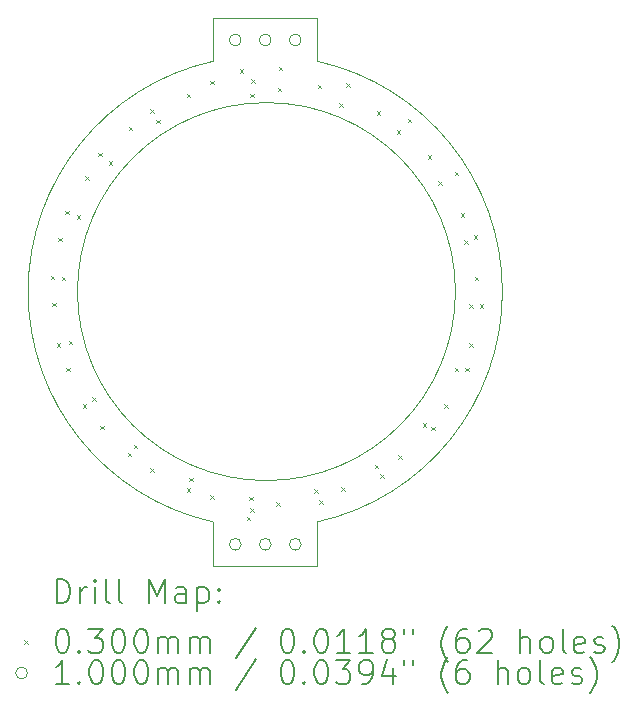
<source format=gbr>
%TF.GenerationSoftware,KiCad,Pcbnew,7.0.2-6a45011f42~172~ubuntu22.04.1*%
%TF.CreationDate,2023-05-13T10:52:24-06:00*%
%TF.ProjectId,ring-40mm,72696e67-2d34-4306-9d6d-2e6b69636164,rev?*%
%TF.SameCoordinates,Original*%
%TF.FileFunction,Drillmap*%
%TF.FilePolarity,Positive*%
%FSLAX45Y45*%
G04 Gerber Fmt 4.5, Leading zero omitted, Abs format (unit mm)*
G04 Created by KiCad (PCBNEW 7.0.2-6a45011f42~172~ubuntu22.04.1) date 2023-05-13 10:52:24*
%MOMM*%
%LPD*%
G01*
G04 APERTURE LIST*
%ADD10C,0.100000*%
%ADD11C,0.200000*%
%ADD12C,0.030000*%
G04 APERTURE END LIST*
D10*
X9550000Y-8050000D02*
G75*
G03*
X9550000Y-11950000I428903J-1950000D01*
G01*
X10430000Y-12320000D02*
X9550000Y-12320000D01*
X10430000Y-11950000D02*
X10430000Y-12320000D01*
X10430000Y-7680000D02*
X9550000Y-7680000D01*
X10430000Y-11950000D02*
G75*
G03*
X10430000Y-8050000I-428903J1950000D01*
G01*
X9550000Y-7680000D02*
X9550000Y-8050000D01*
X10430000Y-8050000D02*
X10430000Y-7680000D01*
X9550000Y-12320000D02*
X9550000Y-11950000D01*
X11600000Y-10000000D02*
G75*
G03*
X11600000Y-10000000I-1600000J0D01*
G01*
D11*
D12*
X8175000Y-9865000D02*
X8205000Y-9895000D01*
X8205000Y-9865000D02*
X8175000Y-9895000D01*
X8185000Y-10095000D02*
X8215000Y-10125000D01*
X8215000Y-10095000D02*
X8185000Y-10125000D01*
X8225000Y-10435000D02*
X8255000Y-10465000D01*
X8255000Y-10435000D02*
X8225000Y-10465000D01*
X8235000Y-9545000D02*
X8265000Y-9575000D01*
X8265000Y-9545000D02*
X8235000Y-9575000D01*
X8265000Y-9875000D02*
X8295000Y-9905000D01*
X8295000Y-9875000D02*
X8265000Y-9905000D01*
X8295000Y-9315000D02*
X8325000Y-9345000D01*
X8325000Y-9315000D02*
X8295000Y-9345000D01*
X8305000Y-10645000D02*
X8335000Y-10675000D01*
X8335000Y-10645000D02*
X8305000Y-10675000D01*
X8325000Y-10415000D02*
X8355000Y-10445000D01*
X8355000Y-10415000D02*
X8325000Y-10445000D01*
X8395000Y-9355000D02*
X8425000Y-9385000D01*
X8425000Y-9355000D02*
X8395000Y-9385000D01*
X8445000Y-10955000D02*
X8475000Y-10985000D01*
X8475000Y-10955000D02*
X8445000Y-10985000D01*
X8465000Y-9025000D02*
X8495000Y-9055000D01*
X8495000Y-9025000D02*
X8465000Y-9055000D01*
X8525000Y-10895000D02*
X8555000Y-10925000D01*
X8555000Y-10895000D02*
X8525000Y-10925000D01*
X8575000Y-8825000D02*
X8605000Y-8855000D01*
X8605000Y-8825000D02*
X8575000Y-8855000D01*
X8595000Y-11135000D02*
X8625000Y-11165000D01*
X8625000Y-11135000D02*
X8595000Y-11165000D01*
X8665000Y-8895000D02*
X8695000Y-8925000D01*
X8695000Y-8895000D02*
X8665000Y-8925000D01*
X8825000Y-11365000D02*
X8855000Y-11395000D01*
X8855000Y-11365000D02*
X8825000Y-11395000D01*
X8835000Y-8605000D02*
X8865000Y-8635000D01*
X8865000Y-8605000D02*
X8835000Y-8635000D01*
X8875000Y-11295000D02*
X8905000Y-11325000D01*
X8905000Y-11295000D02*
X8875000Y-11325000D01*
X9015000Y-8455000D02*
X9045000Y-8485000D01*
X9045000Y-8455000D02*
X9015000Y-8485000D01*
X9015000Y-11495000D02*
X9045000Y-11525000D01*
X9045000Y-11495000D02*
X9015000Y-11525000D01*
X9065000Y-8545000D02*
X9095000Y-8575000D01*
X9095000Y-8545000D02*
X9065000Y-8575000D01*
X9325000Y-8325000D02*
X9355000Y-8355000D01*
X9355000Y-8325000D02*
X9325000Y-8355000D01*
X9325000Y-11665000D02*
X9355000Y-11695000D01*
X9355000Y-11665000D02*
X9325000Y-11695000D01*
X9345000Y-11575000D02*
X9375000Y-11605000D01*
X9375000Y-11575000D02*
X9345000Y-11605000D01*
X9525000Y-8215000D02*
X9555000Y-8245000D01*
X9555000Y-8215000D02*
X9525000Y-8245000D01*
X9525000Y-11725000D02*
X9555000Y-11755000D01*
X9555000Y-11725000D02*
X9525000Y-11755000D01*
X9775000Y-8116500D02*
X9805000Y-8146500D01*
X9805000Y-8116500D02*
X9775000Y-8146500D01*
X9835000Y-11905000D02*
X9865000Y-11935000D01*
X9865000Y-11905000D02*
X9835000Y-11935000D01*
X9855000Y-11735000D02*
X9885000Y-11765000D01*
X9885000Y-11735000D02*
X9855000Y-11765000D01*
X9865000Y-8325000D02*
X9895000Y-8355000D01*
X9895000Y-8325000D02*
X9865000Y-8355000D01*
X9865000Y-11835000D02*
X9895000Y-11865000D01*
X9895000Y-11835000D02*
X9865000Y-11865000D01*
X9871275Y-8201275D02*
X9901275Y-8231275D01*
X9901275Y-8201275D02*
X9871275Y-8231275D01*
X10085000Y-11785000D02*
X10115000Y-11815000D01*
X10115000Y-11785000D02*
X10085000Y-11815000D01*
X10095000Y-8275000D02*
X10125000Y-8305000D01*
X10125000Y-8275000D02*
X10095000Y-8305000D01*
X10105000Y-8095000D02*
X10135000Y-8125000D01*
X10135000Y-8095000D02*
X10105000Y-8125000D01*
X10405000Y-11675000D02*
X10435000Y-11705000D01*
X10435000Y-11675000D02*
X10405000Y-11705000D01*
X10432729Y-8248697D02*
X10462729Y-8278697D01*
X10462729Y-8248697D02*
X10432729Y-8278697D01*
X10445000Y-11765000D02*
X10475000Y-11795000D01*
X10475000Y-11765000D02*
X10445000Y-11795000D01*
X10615000Y-8405000D02*
X10645000Y-8435000D01*
X10645000Y-8405000D02*
X10615000Y-8435000D01*
X10635000Y-11655000D02*
X10665000Y-11685000D01*
X10665000Y-11655000D02*
X10635000Y-11685000D01*
X10675000Y-8235000D02*
X10705000Y-8265000D01*
X10705000Y-8235000D02*
X10675000Y-8265000D01*
X10915000Y-11465000D02*
X10945000Y-11495000D01*
X10945000Y-11465000D02*
X10915000Y-11495000D01*
X10935000Y-8475000D02*
X10965000Y-8505000D01*
X10965000Y-8475000D02*
X10935000Y-8505000D01*
X10965000Y-11545000D02*
X10995000Y-11575000D01*
X10995000Y-11545000D02*
X10965000Y-11575000D01*
X11105000Y-8635000D02*
X11135000Y-8665000D01*
X11135000Y-8635000D02*
X11105000Y-8665000D01*
X11115000Y-11385000D02*
X11145000Y-11415000D01*
X11145000Y-11385000D02*
X11115000Y-11415000D01*
X11195000Y-8535000D02*
X11225000Y-8565000D01*
X11225000Y-8535000D02*
X11195000Y-8565000D01*
X11325000Y-11115000D02*
X11355000Y-11145000D01*
X11355000Y-11115000D02*
X11325000Y-11145000D01*
X11365000Y-8845000D02*
X11395000Y-8875000D01*
X11395000Y-8845000D02*
X11365000Y-8875000D01*
X11395000Y-11145000D02*
X11425000Y-11175000D01*
X11425000Y-11145000D02*
X11395000Y-11175000D01*
X11455000Y-9065000D02*
X11485000Y-9095000D01*
X11485000Y-9065000D02*
X11455000Y-9095000D01*
X11505000Y-10955000D02*
X11535000Y-10985000D01*
X11535000Y-10955000D02*
X11505000Y-10985000D01*
X11595000Y-8985000D02*
X11625000Y-9015000D01*
X11625000Y-8985000D02*
X11595000Y-9015000D01*
X11595000Y-10645000D02*
X11625000Y-10675000D01*
X11625000Y-10645000D02*
X11595000Y-10675000D01*
X11645000Y-9335000D02*
X11675000Y-9365000D01*
X11675000Y-9335000D02*
X11645000Y-9365000D01*
X11675000Y-9565000D02*
X11705000Y-9595000D01*
X11705000Y-9565000D02*
X11675000Y-9595000D01*
X11685000Y-10645000D02*
X11715000Y-10675000D01*
X11715000Y-10645000D02*
X11685000Y-10675000D01*
X11715000Y-10105000D02*
X11745000Y-10135000D01*
X11745000Y-10105000D02*
X11715000Y-10135000D01*
X11715000Y-10435000D02*
X11745000Y-10465000D01*
X11745000Y-10435000D02*
X11715000Y-10465000D01*
X11755000Y-9525000D02*
X11785000Y-9555000D01*
X11785000Y-9525000D02*
X11755000Y-9555000D01*
X11765000Y-9875000D02*
X11795000Y-9905000D01*
X11795000Y-9875000D02*
X11765000Y-9905000D01*
X11805000Y-10105000D02*
X11835000Y-10135000D01*
X11835000Y-10105000D02*
X11805000Y-10135000D01*
D10*
X9786000Y-7870000D02*
G75*
G03*
X9786000Y-7870000I-50000J0D01*
G01*
X9786000Y-12140000D02*
G75*
G03*
X9786000Y-12140000I-50000J0D01*
G01*
X10040000Y-7870000D02*
G75*
G03*
X10040000Y-7870000I-50000J0D01*
G01*
X10040000Y-12140000D02*
G75*
G03*
X10040000Y-12140000I-50000J0D01*
G01*
X10294000Y-7870000D02*
G75*
G03*
X10294000Y-7870000I-50000J0D01*
G01*
X10294000Y-12140000D02*
G75*
G03*
X10294000Y-12140000I-50000J0D01*
G01*
D11*
X8224910Y-12637524D02*
X8224910Y-12437524D01*
X8224910Y-12437524D02*
X8272529Y-12437524D01*
X8272529Y-12437524D02*
X8301101Y-12447048D01*
X8301101Y-12447048D02*
X8320148Y-12466095D01*
X8320148Y-12466095D02*
X8329672Y-12485143D01*
X8329672Y-12485143D02*
X8339196Y-12523238D01*
X8339196Y-12523238D02*
X8339196Y-12551809D01*
X8339196Y-12551809D02*
X8329672Y-12589905D01*
X8329672Y-12589905D02*
X8320148Y-12608952D01*
X8320148Y-12608952D02*
X8301101Y-12628000D01*
X8301101Y-12628000D02*
X8272529Y-12637524D01*
X8272529Y-12637524D02*
X8224910Y-12637524D01*
X8424910Y-12637524D02*
X8424910Y-12504190D01*
X8424910Y-12542286D02*
X8434434Y-12523238D01*
X8434434Y-12523238D02*
X8443958Y-12513714D01*
X8443958Y-12513714D02*
X8463006Y-12504190D01*
X8463006Y-12504190D02*
X8482053Y-12504190D01*
X8548720Y-12637524D02*
X8548720Y-12504190D01*
X8548720Y-12437524D02*
X8539196Y-12447048D01*
X8539196Y-12447048D02*
X8548720Y-12456571D01*
X8548720Y-12456571D02*
X8558244Y-12447048D01*
X8558244Y-12447048D02*
X8548720Y-12437524D01*
X8548720Y-12437524D02*
X8548720Y-12456571D01*
X8672529Y-12637524D02*
X8653482Y-12628000D01*
X8653482Y-12628000D02*
X8643958Y-12608952D01*
X8643958Y-12608952D02*
X8643958Y-12437524D01*
X8777291Y-12637524D02*
X8758244Y-12628000D01*
X8758244Y-12628000D02*
X8748720Y-12608952D01*
X8748720Y-12608952D02*
X8748720Y-12437524D01*
X9005863Y-12637524D02*
X9005863Y-12437524D01*
X9005863Y-12437524D02*
X9072530Y-12580381D01*
X9072530Y-12580381D02*
X9139196Y-12437524D01*
X9139196Y-12437524D02*
X9139196Y-12637524D01*
X9320149Y-12637524D02*
X9320149Y-12532762D01*
X9320149Y-12532762D02*
X9310625Y-12513714D01*
X9310625Y-12513714D02*
X9291577Y-12504190D01*
X9291577Y-12504190D02*
X9253482Y-12504190D01*
X9253482Y-12504190D02*
X9234434Y-12513714D01*
X9320149Y-12628000D02*
X9301101Y-12637524D01*
X9301101Y-12637524D02*
X9253482Y-12637524D01*
X9253482Y-12637524D02*
X9234434Y-12628000D01*
X9234434Y-12628000D02*
X9224910Y-12608952D01*
X9224910Y-12608952D02*
X9224910Y-12589905D01*
X9224910Y-12589905D02*
X9234434Y-12570857D01*
X9234434Y-12570857D02*
X9253482Y-12561333D01*
X9253482Y-12561333D02*
X9301101Y-12561333D01*
X9301101Y-12561333D02*
X9320149Y-12551809D01*
X9415387Y-12504190D02*
X9415387Y-12704190D01*
X9415387Y-12513714D02*
X9434434Y-12504190D01*
X9434434Y-12504190D02*
X9472530Y-12504190D01*
X9472530Y-12504190D02*
X9491577Y-12513714D01*
X9491577Y-12513714D02*
X9501101Y-12523238D01*
X9501101Y-12523238D02*
X9510625Y-12542286D01*
X9510625Y-12542286D02*
X9510625Y-12599428D01*
X9510625Y-12599428D02*
X9501101Y-12618476D01*
X9501101Y-12618476D02*
X9491577Y-12628000D01*
X9491577Y-12628000D02*
X9472530Y-12637524D01*
X9472530Y-12637524D02*
X9434434Y-12637524D01*
X9434434Y-12637524D02*
X9415387Y-12628000D01*
X9596339Y-12618476D02*
X9605863Y-12628000D01*
X9605863Y-12628000D02*
X9596339Y-12637524D01*
X9596339Y-12637524D02*
X9586815Y-12628000D01*
X9586815Y-12628000D02*
X9596339Y-12618476D01*
X9596339Y-12618476D02*
X9596339Y-12637524D01*
X9596339Y-12513714D02*
X9605863Y-12523238D01*
X9605863Y-12523238D02*
X9596339Y-12532762D01*
X9596339Y-12532762D02*
X9586815Y-12523238D01*
X9586815Y-12523238D02*
X9596339Y-12513714D01*
X9596339Y-12513714D02*
X9596339Y-12532762D01*
D12*
X7947291Y-12950000D02*
X7977291Y-12980000D01*
X7977291Y-12950000D02*
X7947291Y-12980000D01*
D11*
X8263006Y-12857524D02*
X8282053Y-12857524D01*
X8282053Y-12857524D02*
X8301101Y-12867048D01*
X8301101Y-12867048D02*
X8310625Y-12876571D01*
X8310625Y-12876571D02*
X8320148Y-12895619D01*
X8320148Y-12895619D02*
X8329672Y-12933714D01*
X8329672Y-12933714D02*
X8329672Y-12981333D01*
X8329672Y-12981333D02*
X8320148Y-13019428D01*
X8320148Y-13019428D02*
X8310625Y-13038476D01*
X8310625Y-13038476D02*
X8301101Y-13048000D01*
X8301101Y-13048000D02*
X8282053Y-13057524D01*
X8282053Y-13057524D02*
X8263006Y-13057524D01*
X8263006Y-13057524D02*
X8243958Y-13048000D01*
X8243958Y-13048000D02*
X8234434Y-13038476D01*
X8234434Y-13038476D02*
X8224910Y-13019428D01*
X8224910Y-13019428D02*
X8215387Y-12981333D01*
X8215387Y-12981333D02*
X8215387Y-12933714D01*
X8215387Y-12933714D02*
X8224910Y-12895619D01*
X8224910Y-12895619D02*
X8234434Y-12876571D01*
X8234434Y-12876571D02*
X8243958Y-12867048D01*
X8243958Y-12867048D02*
X8263006Y-12857524D01*
X8415387Y-13038476D02*
X8424910Y-13048000D01*
X8424910Y-13048000D02*
X8415387Y-13057524D01*
X8415387Y-13057524D02*
X8405863Y-13048000D01*
X8405863Y-13048000D02*
X8415387Y-13038476D01*
X8415387Y-13038476D02*
X8415387Y-13057524D01*
X8491577Y-12857524D02*
X8615387Y-12857524D01*
X8615387Y-12857524D02*
X8548720Y-12933714D01*
X8548720Y-12933714D02*
X8577291Y-12933714D01*
X8577291Y-12933714D02*
X8596339Y-12943238D01*
X8596339Y-12943238D02*
X8605863Y-12952762D01*
X8605863Y-12952762D02*
X8615387Y-12971809D01*
X8615387Y-12971809D02*
X8615387Y-13019428D01*
X8615387Y-13019428D02*
X8605863Y-13038476D01*
X8605863Y-13038476D02*
X8596339Y-13048000D01*
X8596339Y-13048000D02*
X8577291Y-13057524D01*
X8577291Y-13057524D02*
X8520149Y-13057524D01*
X8520149Y-13057524D02*
X8501101Y-13048000D01*
X8501101Y-13048000D02*
X8491577Y-13038476D01*
X8739196Y-12857524D02*
X8758244Y-12857524D01*
X8758244Y-12857524D02*
X8777291Y-12867048D01*
X8777291Y-12867048D02*
X8786815Y-12876571D01*
X8786815Y-12876571D02*
X8796339Y-12895619D01*
X8796339Y-12895619D02*
X8805863Y-12933714D01*
X8805863Y-12933714D02*
X8805863Y-12981333D01*
X8805863Y-12981333D02*
X8796339Y-13019428D01*
X8796339Y-13019428D02*
X8786815Y-13038476D01*
X8786815Y-13038476D02*
X8777291Y-13048000D01*
X8777291Y-13048000D02*
X8758244Y-13057524D01*
X8758244Y-13057524D02*
X8739196Y-13057524D01*
X8739196Y-13057524D02*
X8720149Y-13048000D01*
X8720149Y-13048000D02*
X8710625Y-13038476D01*
X8710625Y-13038476D02*
X8701101Y-13019428D01*
X8701101Y-13019428D02*
X8691577Y-12981333D01*
X8691577Y-12981333D02*
X8691577Y-12933714D01*
X8691577Y-12933714D02*
X8701101Y-12895619D01*
X8701101Y-12895619D02*
X8710625Y-12876571D01*
X8710625Y-12876571D02*
X8720149Y-12867048D01*
X8720149Y-12867048D02*
X8739196Y-12857524D01*
X8929672Y-12857524D02*
X8948720Y-12857524D01*
X8948720Y-12857524D02*
X8967768Y-12867048D01*
X8967768Y-12867048D02*
X8977291Y-12876571D01*
X8977291Y-12876571D02*
X8986815Y-12895619D01*
X8986815Y-12895619D02*
X8996339Y-12933714D01*
X8996339Y-12933714D02*
X8996339Y-12981333D01*
X8996339Y-12981333D02*
X8986815Y-13019428D01*
X8986815Y-13019428D02*
X8977291Y-13038476D01*
X8977291Y-13038476D02*
X8967768Y-13048000D01*
X8967768Y-13048000D02*
X8948720Y-13057524D01*
X8948720Y-13057524D02*
X8929672Y-13057524D01*
X8929672Y-13057524D02*
X8910625Y-13048000D01*
X8910625Y-13048000D02*
X8901101Y-13038476D01*
X8901101Y-13038476D02*
X8891577Y-13019428D01*
X8891577Y-13019428D02*
X8882053Y-12981333D01*
X8882053Y-12981333D02*
X8882053Y-12933714D01*
X8882053Y-12933714D02*
X8891577Y-12895619D01*
X8891577Y-12895619D02*
X8901101Y-12876571D01*
X8901101Y-12876571D02*
X8910625Y-12867048D01*
X8910625Y-12867048D02*
X8929672Y-12857524D01*
X9082053Y-13057524D02*
X9082053Y-12924190D01*
X9082053Y-12943238D02*
X9091577Y-12933714D01*
X9091577Y-12933714D02*
X9110625Y-12924190D01*
X9110625Y-12924190D02*
X9139196Y-12924190D01*
X9139196Y-12924190D02*
X9158244Y-12933714D01*
X9158244Y-12933714D02*
X9167768Y-12952762D01*
X9167768Y-12952762D02*
X9167768Y-13057524D01*
X9167768Y-12952762D02*
X9177291Y-12933714D01*
X9177291Y-12933714D02*
X9196339Y-12924190D01*
X9196339Y-12924190D02*
X9224910Y-12924190D01*
X9224910Y-12924190D02*
X9243958Y-12933714D01*
X9243958Y-12933714D02*
X9253482Y-12952762D01*
X9253482Y-12952762D02*
X9253482Y-13057524D01*
X9348720Y-13057524D02*
X9348720Y-12924190D01*
X9348720Y-12943238D02*
X9358244Y-12933714D01*
X9358244Y-12933714D02*
X9377291Y-12924190D01*
X9377291Y-12924190D02*
X9405863Y-12924190D01*
X9405863Y-12924190D02*
X9424911Y-12933714D01*
X9424911Y-12933714D02*
X9434434Y-12952762D01*
X9434434Y-12952762D02*
X9434434Y-13057524D01*
X9434434Y-12952762D02*
X9443958Y-12933714D01*
X9443958Y-12933714D02*
X9463006Y-12924190D01*
X9463006Y-12924190D02*
X9491577Y-12924190D01*
X9491577Y-12924190D02*
X9510625Y-12933714D01*
X9510625Y-12933714D02*
X9520149Y-12952762D01*
X9520149Y-12952762D02*
X9520149Y-13057524D01*
X9910625Y-12848000D02*
X9739196Y-13105143D01*
X10167768Y-12857524D02*
X10186815Y-12857524D01*
X10186815Y-12857524D02*
X10205863Y-12867048D01*
X10205863Y-12867048D02*
X10215387Y-12876571D01*
X10215387Y-12876571D02*
X10224911Y-12895619D01*
X10224911Y-12895619D02*
X10234434Y-12933714D01*
X10234434Y-12933714D02*
X10234434Y-12981333D01*
X10234434Y-12981333D02*
X10224911Y-13019428D01*
X10224911Y-13019428D02*
X10215387Y-13038476D01*
X10215387Y-13038476D02*
X10205863Y-13048000D01*
X10205863Y-13048000D02*
X10186815Y-13057524D01*
X10186815Y-13057524D02*
X10167768Y-13057524D01*
X10167768Y-13057524D02*
X10148720Y-13048000D01*
X10148720Y-13048000D02*
X10139196Y-13038476D01*
X10139196Y-13038476D02*
X10129673Y-13019428D01*
X10129673Y-13019428D02*
X10120149Y-12981333D01*
X10120149Y-12981333D02*
X10120149Y-12933714D01*
X10120149Y-12933714D02*
X10129673Y-12895619D01*
X10129673Y-12895619D02*
X10139196Y-12876571D01*
X10139196Y-12876571D02*
X10148720Y-12867048D01*
X10148720Y-12867048D02*
X10167768Y-12857524D01*
X10320149Y-13038476D02*
X10329673Y-13048000D01*
X10329673Y-13048000D02*
X10320149Y-13057524D01*
X10320149Y-13057524D02*
X10310625Y-13048000D01*
X10310625Y-13048000D02*
X10320149Y-13038476D01*
X10320149Y-13038476D02*
X10320149Y-13057524D01*
X10453482Y-12857524D02*
X10472530Y-12857524D01*
X10472530Y-12857524D02*
X10491577Y-12867048D01*
X10491577Y-12867048D02*
X10501101Y-12876571D01*
X10501101Y-12876571D02*
X10510625Y-12895619D01*
X10510625Y-12895619D02*
X10520149Y-12933714D01*
X10520149Y-12933714D02*
X10520149Y-12981333D01*
X10520149Y-12981333D02*
X10510625Y-13019428D01*
X10510625Y-13019428D02*
X10501101Y-13038476D01*
X10501101Y-13038476D02*
X10491577Y-13048000D01*
X10491577Y-13048000D02*
X10472530Y-13057524D01*
X10472530Y-13057524D02*
X10453482Y-13057524D01*
X10453482Y-13057524D02*
X10434434Y-13048000D01*
X10434434Y-13048000D02*
X10424911Y-13038476D01*
X10424911Y-13038476D02*
X10415387Y-13019428D01*
X10415387Y-13019428D02*
X10405863Y-12981333D01*
X10405863Y-12981333D02*
X10405863Y-12933714D01*
X10405863Y-12933714D02*
X10415387Y-12895619D01*
X10415387Y-12895619D02*
X10424911Y-12876571D01*
X10424911Y-12876571D02*
X10434434Y-12867048D01*
X10434434Y-12867048D02*
X10453482Y-12857524D01*
X10710625Y-13057524D02*
X10596339Y-13057524D01*
X10653482Y-13057524D02*
X10653482Y-12857524D01*
X10653482Y-12857524D02*
X10634434Y-12886095D01*
X10634434Y-12886095D02*
X10615387Y-12905143D01*
X10615387Y-12905143D02*
X10596339Y-12914667D01*
X10901101Y-13057524D02*
X10786815Y-13057524D01*
X10843958Y-13057524D02*
X10843958Y-12857524D01*
X10843958Y-12857524D02*
X10824911Y-12886095D01*
X10824911Y-12886095D02*
X10805863Y-12905143D01*
X10805863Y-12905143D02*
X10786815Y-12914667D01*
X11015387Y-12943238D02*
X10996339Y-12933714D01*
X10996339Y-12933714D02*
X10986815Y-12924190D01*
X10986815Y-12924190D02*
X10977292Y-12905143D01*
X10977292Y-12905143D02*
X10977292Y-12895619D01*
X10977292Y-12895619D02*
X10986815Y-12876571D01*
X10986815Y-12876571D02*
X10996339Y-12867048D01*
X10996339Y-12867048D02*
X11015387Y-12857524D01*
X11015387Y-12857524D02*
X11053482Y-12857524D01*
X11053482Y-12857524D02*
X11072530Y-12867048D01*
X11072530Y-12867048D02*
X11082054Y-12876571D01*
X11082054Y-12876571D02*
X11091577Y-12895619D01*
X11091577Y-12895619D02*
X11091577Y-12905143D01*
X11091577Y-12905143D02*
X11082054Y-12924190D01*
X11082054Y-12924190D02*
X11072530Y-12933714D01*
X11072530Y-12933714D02*
X11053482Y-12943238D01*
X11053482Y-12943238D02*
X11015387Y-12943238D01*
X11015387Y-12943238D02*
X10996339Y-12952762D01*
X10996339Y-12952762D02*
X10986815Y-12962286D01*
X10986815Y-12962286D02*
X10977292Y-12981333D01*
X10977292Y-12981333D02*
X10977292Y-13019428D01*
X10977292Y-13019428D02*
X10986815Y-13038476D01*
X10986815Y-13038476D02*
X10996339Y-13048000D01*
X10996339Y-13048000D02*
X11015387Y-13057524D01*
X11015387Y-13057524D02*
X11053482Y-13057524D01*
X11053482Y-13057524D02*
X11072530Y-13048000D01*
X11072530Y-13048000D02*
X11082054Y-13038476D01*
X11082054Y-13038476D02*
X11091577Y-13019428D01*
X11091577Y-13019428D02*
X11091577Y-12981333D01*
X11091577Y-12981333D02*
X11082054Y-12962286D01*
X11082054Y-12962286D02*
X11072530Y-12952762D01*
X11072530Y-12952762D02*
X11053482Y-12943238D01*
X11167768Y-12857524D02*
X11167768Y-12895619D01*
X11243958Y-12857524D02*
X11243958Y-12895619D01*
X11539196Y-13133714D02*
X11529673Y-13124190D01*
X11529673Y-13124190D02*
X11510625Y-13095619D01*
X11510625Y-13095619D02*
X11501101Y-13076571D01*
X11501101Y-13076571D02*
X11491577Y-13048000D01*
X11491577Y-13048000D02*
X11482054Y-13000381D01*
X11482054Y-13000381D02*
X11482054Y-12962286D01*
X11482054Y-12962286D02*
X11491577Y-12914667D01*
X11491577Y-12914667D02*
X11501101Y-12886095D01*
X11501101Y-12886095D02*
X11510625Y-12867048D01*
X11510625Y-12867048D02*
X11529673Y-12838476D01*
X11529673Y-12838476D02*
X11539196Y-12828952D01*
X11701101Y-12857524D02*
X11663006Y-12857524D01*
X11663006Y-12857524D02*
X11643958Y-12867048D01*
X11643958Y-12867048D02*
X11634434Y-12876571D01*
X11634434Y-12876571D02*
X11615387Y-12905143D01*
X11615387Y-12905143D02*
X11605863Y-12943238D01*
X11605863Y-12943238D02*
X11605863Y-13019428D01*
X11605863Y-13019428D02*
X11615387Y-13038476D01*
X11615387Y-13038476D02*
X11624911Y-13048000D01*
X11624911Y-13048000D02*
X11643958Y-13057524D01*
X11643958Y-13057524D02*
X11682054Y-13057524D01*
X11682054Y-13057524D02*
X11701101Y-13048000D01*
X11701101Y-13048000D02*
X11710625Y-13038476D01*
X11710625Y-13038476D02*
X11720149Y-13019428D01*
X11720149Y-13019428D02*
X11720149Y-12971809D01*
X11720149Y-12971809D02*
X11710625Y-12952762D01*
X11710625Y-12952762D02*
X11701101Y-12943238D01*
X11701101Y-12943238D02*
X11682054Y-12933714D01*
X11682054Y-12933714D02*
X11643958Y-12933714D01*
X11643958Y-12933714D02*
X11624911Y-12943238D01*
X11624911Y-12943238D02*
X11615387Y-12952762D01*
X11615387Y-12952762D02*
X11605863Y-12971809D01*
X11796339Y-12876571D02*
X11805863Y-12867048D01*
X11805863Y-12867048D02*
X11824911Y-12857524D01*
X11824911Y-12857524D02*
X11872530Y-12857524D01*
X11872530Y-12857524D02*
X11891577Y-12867048D01*
X11891577Y-12867048D02*
X11901101Y-12876571D01*
X11901101Y-12876571D02*
X11910625Y-12895619D01*
X11910625Y-12895619D02*
X11910625Y-12914667D01*
X11910625Y-12914667D02*
X11901101Y-12943238D01*
X11901101Y-12943238D02*
X11786815Y-13057524D01*
X11786815Y-13057524D02*
X11910625Y-13057524D01*
X12148720Y-13057524D02*
X12148720Y-12857524D01*
X12234435Y-13057524D02*
X12234435Y-12952762D01*
X12234435Y-12952762D02*
X12224911Y-12933714D01*
X12224911Y-12933714D02*
X12205863Y-12924190D01*
X12205863Y-12924190D02*
X12177292Y-12924190D01*
X12177292Y-12924190D02*
X12158244Y-12933714D01*
X12158244Y-12933714D02*
X12148720Y-12943238D01*
X12358244Y-13057524D02*
X12339196Y-13048000D01*
X12339196Y-13048000D02*
X12329673Y-13038476D01*
X12329673Y-13038476D02*
X12320149Y-13019428D01*
X12320149Y-13019428D02*
X12320149Y-12962286D01*
X12320149Y-12962286D02*
X12329673Y-12943238D01*
X12329673Y-12943238D02*
X12339196Y-12933714D01*
X12339196Y-12933714D02*
X12358244Y-12924190D01*
X12358244Y-12924190D02*
X12386816Y-12924190D01*
X12386816Y-12924190D02*
X12405863Y-12933714D01*
X12405863Y-12933714D02*
X12415387Y-12943238D01*
X12415387Y-12943238D02*
X12424911Y-12962286D01*
X12424911Y-12962286D02*
X12424911Y-13019428D01*
X12424911Y-13019428D02*
X12415387Y-13038476D01*
X12415387Y-13038476D02*
X12405863Y-13048000D01*
X12405863Y-13048000D02*
X12386816Y-13057524D01*
X12386816Y-13057524D02*
X12358244Y-13057524D01*
X12539196Y-13057524D02*
X12520149Y-13048000D01*
X12520149Y-13048000D02*
X12510625Y-13028952D01*
X12510625Y-13028952D02*
X12510625Y-12857524D01*
X12691577Y-13048000D02*
X12672530Y-13057524D01*
X12672530Y-13057524D02*
X12634435Y-13057524D01*
X12634435Y-13057524D02*
X12615387Y-13048000D01*
X12615387Y-13048000D02*
X12605863Y-13028952D01*
X12605863Y-13028952D02*
X12605863Y-12952762D01*
X12605863Y-12952762D02*
X12615387Y-12933714D01*
X12615387Y-12933714D02*
X12634435Y-12924190D01*
X12634435Y-12924190D02*
X12672530Y-12924190D01*
X12672530Y-12924190D02*
X12691577Y-12933714D01*
X12691577Y-12933714D02*
X12701101Y-12952762D01*
X12701101Y-12952762D02*
X12701101Y-12971809D01*
X12701101Y-12971809D02*
X12605863Y-12990857D01*
X12777292Y-13048000D02*
X12796339Y-13057524D01*
X12796339Y-13057524D02*
X12834435Y-13057524D01*
X12834435Y-13057524D02*
X12853482Y-13048000D01*
X12853482Y-13048000D02*
X12863006Y-13028952D01*
X12863006Y-13028952D02*
X12863006Y-13019428D01*
X12863006Y-13019428D02*
X12853482Y-13000381D01*
X12853482Y-13000381D02*
X12834435Y-12990857D01*
X12834435Y-12990857D02*
X12805863Y-12990857D01*
X12805863Y-12990857D02*
X12786816Y-12981333D01*
X12786816Y-12981333D02*
X12777292Y-12962286D01*
X12777292Y-12962286D02*
X12777292Y-12952762D01*
X12777292Y-12952762D02*
X12786816Y-12933714D01*
X12786816Y-12933714D02*
X12805863Y-12924190D01*
X12805863Y-12924190D02*
X12834435Y-12924190D01*
X12834435Y-12924190D02*
X12853482Y-12933714D01*
X12929673Y-13133714D02*
X12939197Y-13124190D01*
X12939197Y-13124190D02*
X12958244Y-13095619D01*
X12958244Y-13095619D02*
X12967768Y-13076571D01*
X12967768Y-13076571D02*
X12977292Y-13048000D01*
X12977292Y-13048000D02*
X12986816Y-13000381D01*
X12986816Y-13000381D02*
X12986816Y-12962286D01*
X12986816Y-12962286D02*
X12977292Y-12914667D01*
X12977292Y-12914667D02*
X12967768Y-12886095D01*
X12967768Y-12886095D02*
X12958244Y-12867048D01*
X12958244Y-12867048D02*
X12939197Y-12838476D01*
X12939197Y-12838476D02*
X12929673Y-12828952D01*
D10*
X7977291Y-13229000D02*
G75*
G03*
X7977291Y-13229000I-50000J0D01*
G01*
D11*
X8329672Y-13321524D02*
X8215387Y-13321524D01*
X8272529Y-13321524D02*
X8272529Y-13121524D01*
X8272529Y-13121524D02*
X8253482Y-13150095D01*
X8253482Y-13150095D02*
X8234434Y-13169143D01*
X8234434Y-13169143D02*
X8215387Y-13178667D01*
X8415387Y-13302476D02*
X8424910Y-13312000D01*
X8424910Y-13312000D02*
X8415387Y-13321524D01*
X8415387Y-13321524D02*
X8405863Y-13312000D01*
X8405863Y-13312000D02*
X8415387Y-13302476D01*
X8415387Y-13302476D02*
X8415387Y-13321524D01*
X8548720Y-13121524D02*
X8567768Y-13121524D01*
X8567768Y-13121524D02*
X8586815Y-13131048D01*
X8586815Y-13131048D02*
X8596339Y-13140571D01*
X8596339Y-13140571D02*
X8605863Y-13159619D01*
X8605863Y-13159619D02*
X8615387Y-13197714D01*
X8615387Y-13197714D02*
X8615387Y-13245333D01*
X8615387Y-13245333D02*
X8605863Y-13283428D01*
X8605863Y-13283428D02*
X8596339Y-13302476D01*
X8596339Y-13302476D02*
X8586815Y-13312000D01*
X8586815Y-13312000D02*
X8567768Y-13321524D01*
X8567768Y-13321524D02*
X8548720Y-13321524D01*
X8548720Y-13321524D02*
X8529672Y-13312000D01*
X8529672Y-13312000D02*
X8520149Y-13302476D01*
X8520149Y-13302476D02*
X8510625Y-13283428D01*
X8510625Y-13283428D02*
X8501101Y-13245333D01*
X8501101Y-13245333D02*
X8501101Y-13197714D01*
X8501101Y-13197714D02*
X8510625Y-13159619D01*
X8510625Y-13159619D02*
X8520149Y-13140571D01*
X8520149Y-13140571D02*
X8529672Y-13131048D01*
X8529672Y-13131048D02*
X8548720Y-13121524D01*
X8739196Y-13121524D02*
X8758244Y-13121524D01*
X8758244Y-13121524D02*
X8777291Y-13131048D01*
X8777291Y-13131048D02*
X8786815Y-13140571D01*
X8786815Y-13140571D02*
X8796339Y-13159619D01*
X8796339Y-13159619D02*
X8805863Y-13197714D01*
X8805863Y-13197714D02*
X8805863Y-13245333D01*
X8805863Y-13245333D02*
X8796339Y-13283428D01*
X8796339Y-13283428D02*
X8786815Y-13302476D01*
X8786815Y-13302476D02*
X8777291Y-13312000D01*
X8777291Y-13312000D02*
X8758244Y-13321524D01*
X8758244Y-13321524D02*
X8739196Y-13321524D01*
X8739196Y-13321524D02*
X8720149Y-13312000D01*
X8720149Y-13312000D02*
X8710625Y-13302476D01*
X8710625Y-13302476D02*
X8701101Y-13283428D01*
X8701101Y-13283428D02*
X8691577Y-13245333D01*
X8691577Y-13245333D02*
X8691577Y-13197714D01*
X8691577Y-13197714D02*
X8701101Y-13159619D01*
X8701101Y-13159619D02*
X8710625Y-13140571D01*
X8710625Y-13140571D02*
X8720149Y-13131048D01*
X8720149Y-13131048D02*
X8739196Y-13121524D01*
X8929672Y-13121524D02*
X8948720Y-13121524D01*
X8948720Y-13121524D02*
X8967768Y-13131048D01*
X8967768Y-13131048D02*
X8977291Y-13140571D01*
X8977291Y-13140571D02*
X8986815Y-13159619D01*
X8986815Y-13159619D02*
X8996339Y-13197714D01*
X8996339Y-13197714D02*
X8996339Y-13245333D01*
X8996339Y-13245333D02*
X8986815Y-13283428D01*
X8986815Y-13283428D02*
X8977291Y-13302476D01*
X8977291Y-13302476D02*
X8967768Y-13312000D01*
X8967768Y-13312000D02*
X8948720Y-13321524D01*
X8948720Y-13321524D02*
X8929672Y-13321524D01*
X8929672Y-13321524D02*
X8910625Y-13312000D01*
X8910625Y-13312000D02*
X8901101Y-13302476D01*
X8901101Y-13302476D02*
X8891577Y-13283428D01*
X8891577Y-13283428D02*
X8882053Y-13245333D01*
X8882053Y-13245333D02*
X8882053Y-13197714D01*
X8882053Y-13197714D02*
X8891577Y-13159619D01*
X8891577Y-13159619D02*
X8901101Y-13140571D01*
X8901101Y-13140571D02*
X8910625Y-13131048D01*
X8910625Y-13131048D02*
X8929672Y-13121524D01*
X9082053Y-13321524D02*
X9082053Y-13188190D01*
X9082053Y-13207238D02*
X9091577Y-13197714D01*
X9091577Y-13197714D02*
X9110625Y-13188190D01*
X9110625Y-13188190D02*
X9139196Y-13188190D01*
X9139196Y-13188190D02*
X9158244Y-13197714D01*
X9158244Y-13197714D02*
X9167768Y-13216762D01*
X9167768Y-13216762D02*
X9167768Y-13321524D01*
X9167768Y-13216762D02*
X9177291Y-13197714D01*
X9177291Y-13197714D02*
X9196339Y-13188190D01*
X9196339Y-13188190D02*
X9224910Y-13188190D01*
X9224910Y-13188190D02*
X9243958Y-13197714D01*
X9243958Y-13197714D02*
X9253482Y-13216762D01*
X9253482Y-13216762D02*
X9253482Y-13321524D01*
X9348720Y-13321524D02*
X9348720Y-13188190D01*
X9348720Y-13207238D02*
X9358244Y-13197714D01*
X9358244Y-13197714D02*
X9377291Y-13188190D01*
X9377291Y-13188190D02*
X9405863Y-13188190D01*
X9405863Y-13188190D02*
X9424911Y-13197714D01*
X9424911Y-13197714D02*
X9434434Y-13216762D01*
X9434434Y-13216762D02*
X9434434Y-13321524D01*
X9434434Y-13216762D02*
X9443958Y-13197714D01*
X9443958Y-13197714D02*
X9463006Y-13188190D01*
X9463006Y-13188190D02*
X9491577Y-13188190D01*
X9491577Y-13188190D02*
X9510625Y-13197714D01*
X9510625Y-13197714D02*
X9520149Y-13216762D01*
X9520149Y-13216762D02*
X9520149Y-13321524D01*
X9910625Y-13112000D02*
X9739196Y-13369143D01*
X10167768Y-13121524D02*
X10186815Y-13121524D01*
X10186815Y-13121524D02*
X10205863Y-13131048D01*
X10205863Y-13131048D02*
X10215387Y-13140571D01*
X10215387Y-13140571D02*
X10224911Y-13159619D01*
X10224911Y-13159619D02*
X10234434Y-13197714D01*
X10234434Y-13197714D02*
X10234434Y-13245333D01*
X10234434Y-13245333D02*
X10224911Y-13283428D01*
X10224911Y-13283428D02*
X10215387Y-13302476D01*
X10215387Y-13302476D02*
X10205863Y-13312000D01*
X10205863Y-13312000D02*
X10186815Y-13321524D01*
X10186815Y-13321524D02*
X10167768Y-13321524D01*
X10167768Y-13321524D02*
X10148720Y-13312000D01*
X10148720Y-13312000D02*
X10139196Y-13302476D01*
X10139196Y-13302476D02*
X10129673Y-13283428D01*
X10129673Y-13283428D02*
X10120149Y-13245333D01*
X10120149Y-13245333D02*
X10120149Y-13197714D01*
X10120149Y-13197714D02*
X10129673Y-13159619D01*
X10129673Y-13159619D02*
X10139196Y-13140571D01*
X10139196Y-13140571D02*
X10148720Y-13131048D01*
X10148720Y-13131048D02*
X10167768Y-13121524D01*
X10320149Y-13302476D02*
X10329673Y-13312000D01*
X10329673Y-13312000D02*
X10320149Y-13321524D01*
X10320149Y-13321524D02*
X10310625Y-13312000D01*
X10310625Y-13312000D02*
X10320149Y-13302476D01*
X10320149Y-13302476D02*
X10320149Y-13321524D01*
X10453482Y-13121524D02*
X10472530Y-13121524D01*
X10472530Y-13121524D02*
X10491577Y-13131048D01*
X10491577Y-13131048D02*
X10501101Y-13140571D01*
X10501101Y-13140571D02*
X10510625Y-13159619D01*
X10510625Y-13159619D02*
X10520149Y-13197714D01*
X10520149Y-13197714D02*
X10520149Y-13245333D01*
X10520149Y-13245333D02*
X10510625Y-13283428D01*
X10510625Y-13283428D02*
X10501101Y-13302476D01*
X10501101Y-13302476D02*
X10491577Y-13312000D01*
X10491577Y-13312000D02*
X10472530Y-13321524D01*
X10472530Y-13321524D02*
X10453482Y-13321524D01*
X10453482Y-13321524D02*
X10434434Y-13312000D01*
X10434434Y-13312000D02*
X10424911Y-13302476D01*
X10424911Y-13302476D02*
X10415387Y-13283428D01*
X10415387Y-13283428D02*
X10405863Y-13245333D01*
X10405863Y-13245333D02*
X10405863Y-13197714D01*
X10405863Y-13197714D02*
X10415387Y-13159619D01*
X10415387Y-13159619D02*
X10424911Y-13140571D01*
X10424911Y-13140571D02*
X10434434Y-13131048D01*
X10434434Y-13131048D02*
X10453482Y-13121524D01*
X10586815Y-13121524D02*
X10710625Y-13121524D01*
X10710625Y-13121524D02*
X10643958Y-13197714D01*
X10643958Y-13197714D02*
X10672530Y-13197714D01*
X10672530Y-13197714D02*
X10691577Y-13207238D01*
X10691577Y-13207238D02*
X10701101Y-13216762D01*
X10701101Y-13216762D02*
X10710625Y-13235809D01*
X10710625Y-13235809D02*
X10710625Y-13283428D01*
X10710625Y-13283428D02*
X10701101Y-13302476D01*
X10701101Y-13302476D02*
X10691577Y-13312000D01*
X10691577Y-13312000D02*
X10672530Y-13321524D01*
X10672530Y-13321524D02*
X10615387Y-13321524D01*
X10615387Y-13321524D02*
X10596339Y-13312000D01*
X10596339Y-13312000D02*
X10586815Y-13302476D01*
X10805863Y-13321524D02*
X10843958Y-13321524D01*
X10843958Y-13321524D02*
X10863006Y-13312000D01*
X10863006Y-13312000D02*
X10872530Y-13302476D01*
X10872530Y-13302476D02*
X10891577Y-13273905D01*
X10891577Y-13273905D02*
X10901101Y-13235809D01*
X10901101Y-13235809D02*
X10901101Y-13159619D01*
X10901101Y-13159619D02*
X10891577Y-13140571D01*
X10891577Y-13140571D02*
X10882054Y-13131048D01*
X10882054Y-13131048D02*
X10863006Y-13121524D01*
X10863006Y-13121524D02*
X10824911Y-13121524D01*
X10824911Y-13121524D02*
X10805863Y-13131048D01*
X10805863Y-13131048D02*
X10796339Y-13140571D01*
X10796339Y-13140571D02*
X10786815Y-13159619D01*
X10786815Y-13159619D02*
X10786815Y-13207238D01*
X10786815Y-13207238D02*
X10796339Y-13226286D01*
X10796339Y-13226286D02*
X10805863Y-13235809D01*
X10805863Y-13235809D02*
X10824911Y-13245333D01*
X10824911Y-13245333D02*
X10863006Y-13245333D01*
X10863006Y-13245333D02*
X10882054Y-13235809D01*
X10882054Y-13235809D02*
X10891577Y-13226286D01*
X10891577Y-13226286D02*
X10901101Y-13207238D01*
X11072530Y-13188190D02*
X11072530Y-13321524D01*
X11024911Y-13112000D02*
X10977292Y-13254857D01*
X10977292Y-13254857D02*
X11101101Y-13254857D01*
X11167768Y-13121524D02*
X11167768Y-13159619D01*
X11243958Y-13121524D02*
X11243958Y-13159619D01*
X11539196Y-13397714D02*
X11529673Y-13388190D01*
X11529673Y-13388190D02*
X11510625Y-13359619D01*
X11510625Y-13359619D02*
X11501101Y-13340571D01*
X11501101Y-13340571D02*
X11491577Y-13312000D01*
X11491577Y-13312000D02*
X11482054Y-13264381D01*
X11482054Y-13264381D02*
X11482054Y-13226286D01*
X11482054Y-13226286D02*
X11491577Y-13178667D01*
X11491577Y-13178667D02*
X11501101Y-13150095D01*
X11501101Y-13150095D02*
X11510625Y-13131048D01*
X11510625Y-13131048D02*
X11529673Y-13102476D01*
X11529673Y-13102476D02*
X11539196Y-13092952D01*
X11701101Y-13121524D02*
X11663006Y-13121524D01*
X11663006Y-13121524D02*
X11643958Y-13131048D01*
X11643958Y-13131048D02*
X11634434Y-13140571D01*
X11634434Y-13140571D02*
X11615387Y-13169143D01*
X11615387Y-13169143D02*
X11605863Y-13207238D01*
X11605863Y-13207238D02*
X11605863Y-13283428D01*
X11605863Y-13283428D02*
X11615387Y-13302476D01*
X11615387Y-13302476D02*
X11624911Y-13312000D01*
X11624911Y-13312000D02*
X11643958Y-13321524D01*
X11643958Y-13321524D02*
X11682054Y-13321524D01*
X11682054Y-13321524D02*
X11701101Y-13312000D01*
X11701101Y-13312000D02*
X11710625Y-13302476D01*
X11710625Y-13302476D02*
X11720149Y-13283428D01*
X11720149Y-13283428D02*
X11720149Y-13235809D01*
X11720149Y-13235809D02*
X11710625Y-13216762D01*
X11710625Y-13216762D02*
X11701101Y-13207238D01*
X11701101Y-13207238D02*
X11682054Y-13197714D01*
X11682054Y-13197714D02*
X11643958Y-13197714D01*
X11643958Y-13197714D02*
X11624911Y-13207238D01*
X11624911Y-13207238D02*
X11615387Y-13216762D01*
X11615387Y-13216762D02*
X11605863Y-13235809D01*
X11958244Y-13321524D02*
X11958244Y-13121524D01*
X12043958Y-13321524D02*
X12043958Y-13216762D01*
X12043958Y-13216762D02*
X12034435Y-13197714D01*
X12034435Y-13197714D02*
X12015387Y-13188190D01*
X12015387Y-13188190D02*
X11986815Y-13188190D01*
X11986815Y-13188190D02*
X11967768Y-13197714D01*
X11967768Y-13197714D02*
X11958244Y-13207238D01*
X12167768Y-13321524D02*
X12148720Y-13312000D01*
X12148720Y-13312000D02*
X12139196Y-13302476D01*
X12139196Y-13302476D02*
X12129673Y-13283428D01*
X12129673Y-13283428D02*
X12129673Y-13226286D01*
X12129673Y-13226286D02*
X12139196Y-13207238D01*
X12139196Y-13207238D02*
X12148720Y-13197714D01*
X12148720Y-13197714D02*
X12167768Y-13188190D01*
X12167768Y-13188190D02*
X12196339Y-13188190D01*
X12196339Y-13188190D02*
X12215387Y-13197714D01*
X12215387Y-13197714D02*
X12224911Y-13207238D01*
X12224911Y-13207238D02*
X12234435Y-13226286D01*
X12234435Y-13226286D02*
X12234435Y-13283428D01*
X12234435Y-13283428D02*
X12224911Y-13302476D01*
X12224911Y-13302476D02*
X12215387Y-13312000D01*
X12215387Y-13312000D02*
X12196339Y-13321524D01*
X12196339Y-13321524D02*
X12167768Y-13321524D01*
X12348720Y-13321524D02*
X12329673Y-13312000D01*
X12329673Y-13312000D02*
X12320149Y-13292952D01*
X12320149Y-13292952D02*
X12320149Y-13121524D01*
X12501101Y-13312000D02*
X12482054Y-13321524D01*
X12482054Y-13321524D02*
X12443958Y-13321524D01*
X12443958Y-13321524D02*
X12424911Y-13312000D01*
X12424911Y-13312000D02*
X12415387Y-13292952D01*
X12415387Y-13292952D02*
X12415387Y-13216762D01*
X12415387Y-13216762D02*
X12424911Y-13197714D01*
X12424911Y-13197714D02*
X12443958Y-13188190D01*
X12443958Y-13188190D02*
X12482054Y-13188190D01*
X12482054Y-13188190D02*
X12501101Y-13197714D01*
X12501101Y-13197714D02*
X12510625Y-13216762D01*
X12510625Y-13216762D02*
X12510625Y-13235809D01*
X12510625Y-13235809D02*
X12415387Y-13254857D01*
X12586816Y-13312000D02*
X12605863Y-13321524D01*
X12605863Y-13321524D02*
X12643958Y-13321524D01*
X12643958Y-13321524D02*
X12663006Y-13312000D01*
X12663006Y-13312000D02*
X12672530Y-13292952D01*
X12672530Y-13292952D02*
X12672530Y-13283428D01*
X12672530Y-13283428D02*
X12663006Y-13264381D01*
X12663006Y-13264381D02*
X12643958Y-13254857D01*
X12643958Y-13254857D02*
X12615387Y-13254857D01*
X12615387Y-13254857D02*
X12596339Y-13245333D01*
X12596339Y-13245333D02*
X12586816Y-13226286D01*
X12586816Y-13226286D02*
X12586816Y-13216762D01*
X12586816Y-13216762D02*
X12596339Y-13197714D01*
X12596339Y-13197714D02*
X12615387Y-13188190D01*
X12615387Y-13188190D02*
X12643958Y-13188190D01*
X12643958Y-13188190D02*
X12663006Y-13197714D01*
X12739197Y-13397714D02*
X12748720Y-13388190D01*
X12748720Y-13388190D02*
X12767768Y-13359619D01*
X12767768Y-13359619D02*
X12777292Y-13340571D01*
X12777292Y-13340571D02*
X12786816Y-13312000D01*
X12786816Y-13312000D02*
X12796339Y-13264381D01*
X12796339Y-13264381D02*
X12796339Y-13226286D01*
X12796339Y-13226286D02*
X12786816Y-13178667D01*
X12786816Y-13178667D02*
X12777292Y-13150095D01*
X12777292Y-13150095D02*
X12767768Y-13131048D01*
X12767768Y-13131048D02*
X12748720Y-13102476D01*
X12748720Y-13102476D02*
X12739197Y-13092952D01*
M02*

</source>
